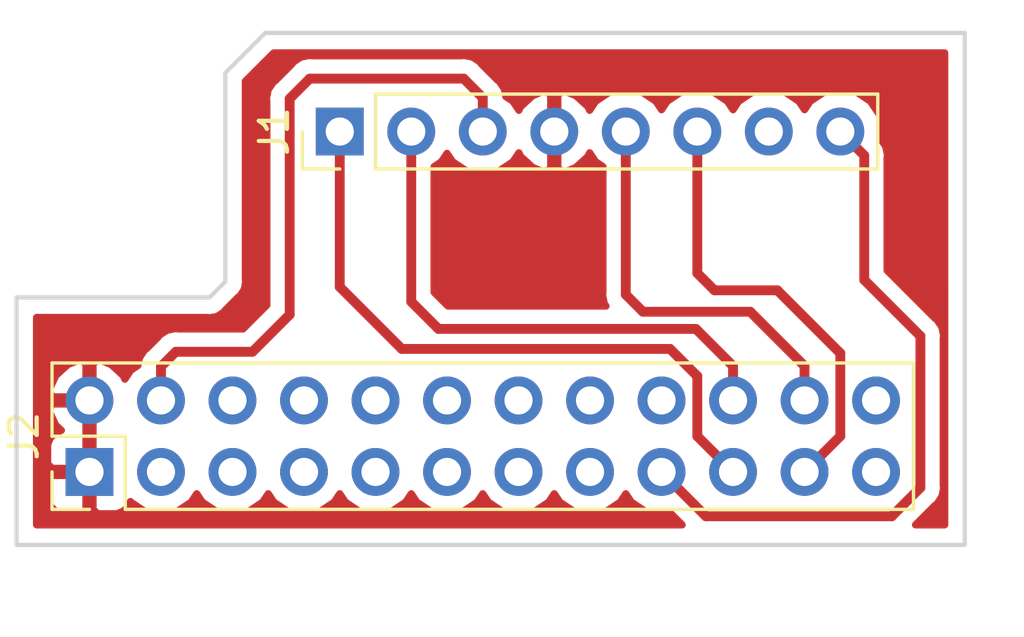
<source format=kicad_pcb>
(kicad_pcb (version 20171130) (host pcbnew "(6.0.0-rc1-dev)")

  (general
    (thickness 1.6)
    (drawings 38)
    (tracks 40)
    (zones 0)
    (modules 2)
    (nets 25)
  )

  (page A4)
  (layers
    (0 F.Cu signal)
    (31 B.Cu signal)
    (32 B.Adhes user)
    (33 F.Adhes user)
    (34 B.Paste user)
    (35 F.Paste user)
    (36 B.SilkS user)
    (37 F.SilkS user)
    (38 B.Mask user)
    (39 F.Mask user)
    (40 Dwgs.User user hide)
    (41 Cmts.User user)
    (42 Eco1.User user)
    (43 Eco2.User user)
    (44 Edge.Cuts user)
    (45 Margin user)
    (46 B.CrtYd user)
    (47 F.CrtYd user)
    (48 B.Fab user)
    (49 F.Fab user)
  )

  (setup
    (last_trace_width 0.35)
    (trace_clearance 0.15)
    (zone_clearance 0.508)
    (zone_45_only no)
    (trace_min 0.2)
    (segment_width 0.2)
    (edge_width 0.15)
    (via_size 0.8)
    (via_drill 0.4)
    (via_min_size 0.4)
    (via_min_drill 0.3)
    (uvia_size 0.3)
    (uvia_drill 0.1)
    (uvias_allowed no)
    (uvia_min_size 0.2)
    (uvia_min_drill 0.1)
    (pcb_text_width 0.3)
    (pcb_text_size 1.5 1.5)
    (mod_edge_width 0.15)
    (mod_text_size 1 1)
    (mod_text_width 0.15)
    (pad_size 1.7272 1.7272)
    (pad_drill 1.016)
    (pad_to_mask_clearance 0)
    (aux_axis_origin 0 0)
    (visible_elements 7FFFFFFF)
    (pcbplotparams
      (layerselection 0x01000_ffffffff)
      (usegerberextensions false)
      (usegerberattributes false)
      (usegerberadvancedattributes false)
      (creategerberjobfile false)
      (excludeedgelayer true)
      (linewidth 0.100000)
      (plotframeref false)
      (viasonmask false)
      (mode 1)
      (useauxorigin false)
      (hpglpennumber 1)
      (hpglpenspeed 20)
      (hpglpendiameter 15.000000)
      (psnegative false)
      (psa4output false)
      (plotreference false)
      (plotvalue false)
      (plotinvisibletext false)
      (padsonsilk false)
      (subtractmaskfromsilk false)
      (outputformat 1)
      (mirror false)
      (drillshape 0)
      (scaleselection 1)
      (outputdirectory "Gerbers/"))
  )

  (net 0 "")
  (net 1 +3V3)
  (net 2 GNDD)
  (net 3 +5V)
  (net 4 SYS_5V)
  (net 5 "Net-(J1-Pad8)")
  (net 6 "Net-(J1-Pad1)")
  (net 7 "Net-(J1-Pad2)")
  (net 8 "Net-(J1-Pad6)")
  (net 9 "Net-(J1-Pad5)")
  (net 10 "Net-(J1-Pad7)")
  (net 11 "Net-(J2-Pad24)")
  (net 12 "Net-(J2-Pad23)")
  (net 13 "Net-(J2-Pad18)")
  (net 14 "Net-(J2-Pad16)")
  (net 15 "Net-(J2-Pad15)")
  (net 16 "Net-(J2-Pad14)")
  (net 17 "Net-(J2-Pad13)")
  (net 18 "Net-(J2-Pad12)")
  (net 19 "Net-(J2-Pad11)")
  (net 20 "Net-(J2-Pad10)")
  (net 21 "Net-(J2-Pad9)")
  (net 22 "Net-(J2-Pad7)")
  (net 23 "Net-(J2-Pad5)")
  (net 24 "Net-(J2-Pad3)")

  (net_class Default "This is the default net class."
    (clearance 0.15)
    (trace_width 0.35)
    (via_dia 0.8)
    (via_drill 0.4)
    (uvia_dia 0.3)
    (uvia_drill 0.1)
    (add_net +3V3)
    (add_net +5V)
    (add_net GNDD)
    (add_net "Net-(J1-Pad1)")
    (add_net "Net-(J1-Pad2)")
    (add_net "Net-(J1-Pad5)")
    (add_net "Net-(J1-Pad6)")
    (add_net "Net-(J1-Pad7)")
    (add_net "Net-(J1-Pad8)")
    (add_net "Net-(J2-Pad10)")
    (add_net "Net-(J2-Pad11)")
    (add_net "Net-(J2-Pad12)")
    (add_net "Net-(J2-Pad13)")
    (add_net "Net-(J2-Pad14)")
    (add_net "Net-(J2-Pad15)")
    (add_net "Net-(J2-Pad16)")
    (add_net "Net-(J2-Pad18)")
    (add_net "Net-(J2-Pad23)")
    (add_net "Net-(J2-Pad24)")
    (add_net "Net-(J2-Pad3)")
    (add_net "Net-(J2-Pad5)")
    (add_net "Net-(J2-Pad7)")
    (add_net "Net-(J2-Pad9)")
    (add_net SYS_5V)
  )

  (module Pin_Headers:Pin_Header_Straight_1x08_Pitch2.54mm (layer F.Cu) (tedit 59650532) (tstamp 5B56012E)
    (at 99.314 103.7336 90)
    (descr "Through hole straight pin header, 1x08, 2.54mm pitch, single row")
    (tags "Through hole pin header THT 1x08 2.54mm single row")
    (path /5B4D1C65)
    (fp_text reference J1 (at 0 -2.33 90) (layer F.SilkS)
      (effects (font (size 1 1) (thickness 0.15)))
    )
    (fp_text value Conn_01x08 (at 0 20.11 90) (layer F.Fab)
      (effects (font (size 1 1) (thickness 0.15)))
    )
    (fp_text user %R (at 0 8.89 180) (layer F.Fab)
      (effects (font (size 1 1) (thickness 0.15)))
    )
    (fp_line (start 1.8 -1.8) (end -1.8 -1.8) (layer F.CrtYd) (width 0.05))
    (fp_line (start 1.8 19.55) (end 1.8 -1.8) (layer F.CrtYd) (width 0.05))
    (fp_line (start -1.8 19.55) (end 1.8 19.55) (layer F.CrtYd) (width 0.05))
    (fp_line (start -1.8 -1.8) (end -1.8 19.55) (layer F.CrtYd) (width 0.05))
    (fp_line (start -1.33 -1.33) (end 0 -1.33) (layer F.SilkS) (width 0.12))
    (fp_line (start -1.33 0) (end -1.33 -1.33) (layer F.SilkS) (width 0.12))
    (fp_line (start -1.33 1.27) (end 1.33 1.27) (layer F.SilkS) (width 0.12))
    (fp_line (start 1.33 1.27) (end 1.33 19.11) (layer F.SilkS) (width 0.12))
    (fp_line (start -1.33 1.27) (end -1.33 19.11) (layer F.SilkS) (width 0.12))
    (fp_line (start -1.33 19.11) (end 1.33 19.11) (layer F.SilkS) (width 0.12))
    (fp_line (start -1.27 -0.635) (end -0.635 -1.27) (layer F.Fab) (width 0.1))
    (fp_line (start -1.27 19.05) (end -1.27 -0.635) (layer F.Fab) (width 0.1))
    (fp_line (start 1.27 19.05) (end -1.27 19.05) (layer F.Fab) (width 0.1))
    (fp_line (start 1.27 -1.27) (end 1.27 19.05) (layer F.Fab) (width 0.1))
    (fp_line (start -0.635 -1.27) (end 1.27 -1.27) (layer F.Fab) (width 0.1))
    (pad 8 thru_hole oval (at 0 17.78 90) (size 1.7 1.7) (drill 1) (layers *.Cu *.Mask)
      (net 5 "Net-(J1-Pad8)"))
    (pad 7 thru_hole oval (at 0 15.24 90) (size 1.7 1.7) (drill 1) (layers *.Cu *.Mask)
      (net 10 "Net-(J1-Pad7)"))
    (pad 6 thru_hole oval (at 0 12.7 90) (size 1.7 1.7) (drill 1) (layers *.Cu *.Mask)
      (net 8 "Net-(J1-Pad6)"))
    (pad 5 thru_hole oval (at 0 10.16 90) (size 1.7 1.7) (drill 1) (layers *.Cu *.Mask)
      (net 9 "Net-(J1-Pad5)"))
    (pad 4 thru_hole oval (at 0 7.62 90) (size 1.7 1.7) (drill 1) (layers *.Cu *.Mask)
      (net 2 GNDD))
    (pad 3 thru_hole oval (at 0 5.08 90) (size 1.7 1.7) (drill 1) (layers *.Cu *.Mask)
      (net 1 +3V3))
    (pad 2 thru_hole oval (at 0 2.54 90) (size 1.7 1.7) (drill 1) (layers *.Cu *.Mask)
      (net 7 "Net-(J1-Pad2)"))
    (pad 1 thru_hole rect (at 0 0 90) (size 1.7 1.7) (drill 1) (layers *.Cu *.Mask)
      (net 6 "Net-(J1-Pad1)"))
    (model ${KISYS3DMOD}/Pin_Headers.3dshapes/Pin_Header_Straight_1x08_Pitch2.54mm.wrl
      (at (xyz 0 0 0))
      (scale (xyz 1 1 1))
      (rotate (xyz 0 0 0))
    )
  )

  (module Pin_Headers:Pin_Header_Straight_2x12_Pitch2.54mm (layer F.Cu) (tedit 59650532) (tstamp 5B561289)
    (at 90.424 115.824 90)
    (descr "Through hole straight pin header, 2x12, 2.54mm pitch, double rows")
    (tags "Through hole pin header THT 2x12 2.54mm double row")
    (path /5B560500)
    (fp_text reference J2 (at 1.27 -2.33 90) (layer F.SilkS)
      (effects (font (size 1 1) (thickness 0.15)))
    )
    (fp_text value Conn_02x12_Odd_Even (at 2.6924 32.3596 90) (layer F.Fab)
      (effects (font (size 1 1) (thickness 0.15)))
    )
    (fp_text user %R (at 1.27 13.97 180) (layer F.Fab)
      (effects (font (size 1 1) (thickness 0.15)))
    )
    (fp_line (start 4.35 -1.8) (end -1.8 -1.8) (layer F.CrtYd) (width 0.05))
    (fp_line (start 4.35 29.75) (end 4.35 -1.8) (layer F.CrtYd) (width 0.05))
    (fp_line (start -1.8 29.75) (end 4.35 29.75) (layer F.CrtYd) (width 0.05))
    (fp_line (start -1.8 -1.8) (end -1.8 29.75) (layer F.CrtYd) (width 0.05))
    (fp_line (start -1.33 -1.33) (end 0 -1.33) (layer F.SilkS) (width 0.12))
    (fp_line (start -1.33 0) (end -1.33 -1.33) (layer F.SilkS) (width 0.12))
    (fp_line (start 1.27 -1.33) (end 3.87 -1.33) (layer F.SilkS) (width 0.12))
    (fp_line (start 1.27 1.27) (end 1.27 -1.33) (layer F.SilkS) (width 0.12))
    (fp_line (start -1.33 1.27) (end 1.27 1.27) (layer F.SilkS) (width 0.12))
    (fp_line (start 3.87 -1.33) (end 3.87 29.27) (layer F.SilkS) (width 0.12))
    (fp_line (start -1.33 1.27) (end -1.33 29.27) (layer F.SilkS) (width 0.12))
    (fp_line (start -1.33 29.27) (end 3.87 29.27) (layer F.SilkS) (width 0.12))
    (fp_line (start -1.27 0) (end 0 -1.27) (layer F.Fab) (width 0.1))
    (fp_line (start -1.27 29.21) (end -1.27 0) (layer F.Fab) (width 0.1))
    (fp_line (start 3.81 29.21) (end -1.27 29.21) (layer F.Fab) (width 0.1))
    (fp_line (start 3.81 -1.27) (end 3.81 29.21) (layer F.Fab) (width 0.1))
    (fp_line (start 0 -1.27) (end 3.81 -1.27) (layer F.Fab) (width 0.1))
    (pad 24 thru_hole oval (at 2.54 27.94 90) (size 1.7 1.7) (drill 1) (layers *.Cu *.Mask)
      (net 11 "Net-(J2-Pad24)"))
    (pad 23 thru_hole oval (at 0 27.94 90) (size 1.7 1.7) (drill 1) (layers *.Cu *.Mask)
      (net 12 "Net-(J2-Pad23)"))
    (pad 22 thru_hole oval (at 2.54 25.4 90) (size 1.7 1.7) (drill 1) (layers *.Cu *.Mask)
      (net 9 "Net-(J1-Pad5)"))
    (pad 21 thru_hole oval (at 0 25.4 90) (size 1.7 1.7) (drill 1) (layers *.Cu *.Mask)
      (net 8 "Net-(J1-Pad6)"))
    (pad 20 thru_hole oval (at 2.54 22.86 90) (size 1.7 1.7) (drill 1) (layers *.Cu *.Mask)
      (net 7 "Net-(J1-Pad2)"))
    (pad 19 thru_hole oval (at 0 22.86 90) (size 1.7 1.7) (drill 1) (layers *.Cu *.Mask)
      (net 6 "Net-(J1-Pad1)"))
    (pad 18 thru_hole oval (at 2.54 20.32 90) (size 1.7 1.7) (drill 1) (layers *.Cu *.Mask)
      (net 13 "Net-(J2-Pad18)"))
    (pad 17 thru_hole oval (at 0 20.32 90) (size 1.7 1.7) (drill 1) (layers *.Cu *.Mask)
      (net 5 "Net-(J1-Pad8)"))
    (pad 16 thru_hole oval (at 2.54 17.78 90) (size 1.7 1.7) (drill 1) (layers *.Cu *.Mask)
      (net 14 "Net-(J2-Pad16)"))
    (pad 15 thru_hole oval (at 0 17.78 90) (size 1.7 1.7) (drill 1) (layers *.Cu *.Mask)
      (net 15 "Net-(J2-Pad15)"))
    (pad 14 thru_hole oval (at 2.54 15.24 90) (size 1.7 1.7) (drill 1) (layers *.Cu *.Mask)
      (net 16 "Net-(J2-Pad14)"))
    (pad 13 thru_hole oval (at 0 15.24 90) (size 1.7 1.7) (drill 1) (layers *.Cu *.Mask)
      (net 17 "Net-(J2-Pad13)"))
    (pad 12 thru_hole oval (at 2.54 12.7 90) (size 1.7 1.7) (drill 1) (layers *.Cu *.Mask)
      (net 18 "Net-(J2-Pad12)"))
    (pad 11 thru_hole oval (at 0 12.7 90) (size 1.7 1.7) (drill 1) (layers *.Cu *.Mask)
      (net 19 "Net-(J2-Pad11)"))
    (pad 10 thru_hole oval (at 2.54 10.16 90) (size 1.7 1.7) (drill 1) (layers *.Cu *.Mask)
      (net 20 "Net-(J2-Pad10)"))
    (pad 9 thru_hole oval (at 0 10.16 90) (size 1.7 1.7) (drill 1) (layers *.Cu *.Mask)
      (net 21 "Net-(J2-Pad9)"))
    (pad 8 thru_hole oval (at 2.54 7.62 90) (size 1.7 1.7) (drill 1) (layers *.Cu *.Mask)
      (net 4 SYS_5V))
    (pad 7 thru_hole oval (at 0 7.62 90) (size 1.7 1.7) (drill 1) (layers *.Cu *.Mask)
      (net 22 "Net-(J2-Pad7)"))
    (pad 6 thru_hole oval (at 2.54 5.08 90) (size 1.7 1.7) (drill 1) (layers *.Cu *.Mask)
      (net 3 +5V))
    (pad 5 thru_hole oval (at 0 5.08 90) (size 1.7 1.7) (drill 1) (layers *.Cu *.Mask)
      (net 23 "Net-(J2-Pad5)"))
    (pad 4 thru_hole oval (at 2.54 2.54 90) (size 1.7 1.7) (drill 1) (layers *.Cu *.Mask)
      (net 1 +3V3))
    (pad 3 thru_hole oval (at 0 2.54 90) (size 1.7 1.7) (drill 1) (layers *.Cu *.Mask)
      (net 24 "Net-(J2-Pad3)"))
    (pad 2 thru_hole oval (at 2.54 0 90) (size 1.7 1.7) (drill 1) (layers *.Cu *.Mask)
      (net 2 GNDD))
    (pad 1 thru_hole rect (at 0 0 90) (size 1.7 1.7) (drill 1) (layers *.Cu *.Mask)
      (net 2 GNDD))
    (model ${KISYS3DMOD}/Pin_Headers.3dshapes/Pin_Header_Straight_2x12_Pitch2.54mm.wrl
      (at (xyz 0 0 0))
      (scale (xyz 1 1 1))
      (rotate (xyz 0 0 0))
    )
  )

  (gr_line (start 121.5136 118.4148) (end 87.8332 118.4148) (layer Edge.Cuts) (width 0.15))
  (gr_line (start 121.5136 100.2284) (end 121.5136 118.4148) (layer Edge.Cuts) (width 0.15))
  (gr_line (start 96.6724 100.2284) (end 121.5136 100.2284) (layer Edge.Cuts) (width 0.15))
  (gr_line (start 95.25 101.6508) (end 96.6724 100.2284) (layer Edge.Cuts) (width 0.15))
  (gr_line (start 95.25 109.0676) (end 95.25 101.6508) (layer Edge.Cuts) (width 0.15))
  (gr_line (start 94.6912 109.6264) (end 95.25 109.0676) (layer Edge.Cuts) (width 0.15))
  (gr_line (start 87.8332 109.6264) (end 94.6912 109.6264) (layer Edge.Cuts) (width 0.15))
  (gr_line (start 87.8332 118.4148) (end 87.8332 109.6264) (layer Edge.Cuts) (width 0.15))
  (gr_line (start 70.739 79.756) (end 89.916 79.756) (layer Dwgs.User) (width 0.2))
  (gr_line (start 70.739 69.469) (end 70.739 79.756) (layer Dwgs.User) (width 0.2))
  (gr_arc (start 77.089 69.469) (end 77.089 63.119) (angle -90) (layer Dwgs.User) (width 0.2))
  (gr_line (start 144.399 63.119) (end 77.089 63.119) (layer Dwgs.User) (width 0.2))
  (gr_arc (start 144.399 75.819) (end 157.099 75.819) (angle -90) (layer Dwgs.User) (width 0.2))
  (gr_line (start 83.439 103.632) (end 83.439 112.649) (layer Dwgs.User) (width 0.2))
  (gr_line (start 70.739 103.632) (end 83.439 103.632) (layer Dwgs.User) (width 0.2))
  (gr_line (start 70.739 95.758) (end 70.739 103.632) (layer Dwgs.User) (width 0.2))
  (gr_line (start 70.739 95.758) (end 89.916 95.758) (layer Dwgs.User) (width 0.2))
  (gr_line (start 89.916 79.756) (end 89.916 95.758) (layer Dwgs.User) (width 0.2))
  (gr_line (start 89.154 112.014) (end 148.082 112.014) (layer Dwgs.User) (width 0.2))
  (gr_arc (start 144.399 105.029) (end 144.399 117.729) (angle -80.21218094) (layer Dwgs.User) (width 0.2))
  (gr_line (start 144.399 117.729) (end 77.089 117.729) (layer Dwgs.User) (width 0.2))
  (gr_arc (start 77.089 111.379) (end 70.867296 112.649) (angle -78.46304097) (layer Dwgs.User) (width 0.2))
  (gr_line (start 70.867296 112.649) (end 83.439 112.649) (layer Dwgs.User) (width 0.2))
  (gr_circle (center 151.384 111.379) (end 152.9715 111.379) (layer Dwgs.User) (width 0.2))
  (gr_circle (center 85.344 114.554) (end 86.9315 114.554) (layer Dwgs.User) (width 0.2))
  (gr_line (start 89.154 112.014) (end 89.154 117.094) (layer Dwgs.User) (width 0.2))
  (gr_line (start 89.154 117.094) (end 148.082 117.094) (layer Dwgs.User) (width 0.2))
  (gr_line (start 148.082 112.014) (end 148.082 117.094) (layer Dwgs.User) (width 0.2))
  (gr_line (start 148.082 63.754) (end 148.082 68.834) (layer Dwgs.User) (width 0.2))
  (gr_line (start 89.154 63.754) (end 148.082 63.754) (layer Dwgs.User) (width 0.2))
  (gr_line (start 89.154 63.754) (end 89.154 68.834) (layer Dwgs.User) (width 0.2))
  (gr_circle (center 85.344 66.294) (end 86.9315 66.294) (layer Dwgs.User) (width 0.2))
  (gr_circle (center 151.384 69.469) (end 152.9715 69.469) (layer Dwgs.User) (width 0.2))
  (gr_line (start 143.002 107.188) (end 156.91414 107.188) (layer Dwgs.User) (width 0.2))
  (gr_line (start 143.002 94.107) (end 143.002 107.188) (layer Dwgs.User) (width 0.2))
  (gr_line (start 143.002 94.107) (end 157.099 94.107) (layer Dwgs.User) (width 0.2))
  (gr_line (start 157.099 75.819) (end 157.099 94.107) (layer Dwgs.User) (width 0.2))
  (gr_line (start 89.154 68.834) (end 148.082 68.834) (layer Dwgs.User) (width 0.2))

  (segment (start 93.489119 111.5568) (end 92.964 112.081919) (width 0.35) (layer F.Cu) (net 1))
  (segment (start 96.2152 111.5568) (end 93.489119 111.5568) (width 0.35) (layer F.Cu) (net 1))
  (segment (start 104.394 103.7336) (end 104.394 102.531519) (width 0.35) (layer F.Cu) (net 1))
  (segment (start 92.964 112.081919) (end 92.964 113.284) (width 0.35) (layer F.Cu) (net 1))
  (segment (start 104.394 102.531519) (end 103.716481 101.854) (width 0.35) (layer F.Cu) (net 1))
  (segment (start 103.716481 101.854) (end 98.2472 101.854) (width 0.35) (layer F.Cu) (net 1))
  (segment (start 98.2472 101.854) (end 97.536 102.5652) (width 0.35) (layer F.Cu) (net 1))
  (segment (start 97.536 102.5652) (end 97.536 110.236) (width 0.35) (layer F.Cu) (net 1))
  (segment (start 97.536 110.236) (end 96.2152 111.5568) (width 0.35) (layer F.Cu) (net 1))
  (segment (start 90.424 114.7104) (end 90.424 113.284) (width 0.25) (layer F.Cu) (net 2))
  (segment (start 90.424 115.824) (end 90.424 114.7104) (width 0.25) (layer F.Cu) (net 2))
  (segment (start 117.943999 104.583599) (end 117.094 103.7336) (width 0.35) (layer F.Cu) (net 5))
  (segment (start 112.3188 117.3988) (end 118.9228 117.3988) (width 0.35) (layer F.Cu) (net 5))
  (segment (start 110.744 115.824) (end 112.3188 117.3988) (width 0.35) (layer F.Cu) (net 5))
  (segment (start 118.9228 117.3988) (end 119.9388 116.3828) (width 0.35) (layer F.Cu) (net 5))
  (segment (start 119.9388 116.3828) (end 119.9388 110.998) (width 0.35) (layer F.Cu) (net 5))
  (segment (start 119.9388 110.998) (end 117.943999 109.003199) (width 0.35) (layer F.Cu) (net 5))
  (segment (start 117.943999 109.003199) (end 117.943999 104.583599) (width 0.35) (layer F.Cu) (net 5))
  (segment (start 99.314 109.2532) (end 99.314 103.7336) (width 0.35) (layer F.Cu) (net 6))
  (segment (start 101.516 111.4552) (end 99.314 109.2532) (width 0.35) (layer F.Cu) (net 6))
  (segment (start 111.0488 111.4552) (end 101.516 111.4552) (width 0.35) (layer F.Cu) (net 6))
  (segment (start 112.014 112.4204) (end 111.0488 111.4552) (width 0.35) (layer F.Cu) (net 6))
  (segment (start 113.284 115.824) (end 112.014 114.554) (width 0.35) (layer F.Cu) (net 6))
  (segment (start 112.014 114.554) (end 112.014 112.4204) (width 0.35) (layer F.Cu) (net 6))
  (segment (start 101.854 109.7788) (end 101.854 103.7336) (width 0.35) (layer F.Cu) (net 7))
  (segment (start 102.8192 110.744) (end 101.854 109.7788) (width 0.35) (layer F.Cu) (net 7))
  (segment (start 111.965314 110.744) (end 102.8192 110.744) (width 0.35) (layer F.Cu) (net 7))
  (segment (start 113.284 113.284) (end 113.284 112.062686) (width 0.35) (layer F.Cu) (net 7))
  (segment (start 113.284 112.062686) (end 111.965314 110.744) (width 0.35) (layer F.Cu) (net 7))
  (segment (start 117.094 114.554) (end 115.824 115.824) (width 0.35) (layer F.Cu) (net 8))
  (segment (start 117.094 111.6076) (end 117.094 114.554) (width 0.35) (layer F.Cu) (net 8))
  (segment (start 114.8588 109.3724) (end 117.094 111.6076) (width 0.35) (layer F.Cu) (net 8))
  (segment (start 112.6236 109.3724) (end 114.8588 109.3724) (width 0.35) (layer F.Cu) (net 8))
  (segment (start 112.014 103.7336) (end 112.014 108.7628) (width 0.35) (layer F.Cu) (net 8))
  (segment (start 112.014 108.7628) (end 112.6236 109.3724) (width 0.35) (layer F.Cu) (net 8))
  (segment (start 109.474 109.5248) (end 109.474 103.7336) (width 0.35) (layer F.Cu) (net 9))
  (segment (start 110.0836 110.1344) (end 109.474 109.5248) (width 0.35) (layer F.Cu) (net 9))
  (segment (start 113.895714 110.1344) (end 110.0836 110.1344) (width 0.35) (layer F.Cu) (net 9))
  (segment (start 115.824 113.284) (end 115.824 112.062686) (width 0.35) (layer F.Cu) (net 9))
  (segment (start 115.824 112.062686) (end 113.895714 110.1344) (width 0.35) (layer F.Cu) (net 9))

  (zone (net 2) (net_name GNDD) (layer F.Cu) (tstamp 0) (hatch edge 0.508)
    (connect_pads (clearance 0.508))
    (min_thickness 0.254)
    (fill yes (arc_segments 16) (thermal_gap 0.508) (thermal_bridge_width 0.508))
    (polygon
      (pts
        (xy 87.884 118.4148) (xy 87.8332 109.6264) (xy 94.6912 109.6264) (xy 95.3008 109.0676) (xy 95.3008 101.6508)
        (xy 96.774 100.2284) (xy 121.5136 100.2284) (xy 121.5644 118.4148)
      )
    )
    (filled_polygon
      (pts
        (xy 120.803601 117.7048) (xy 119.762312 117.7048) (xy 120.455147 117.011966) (xy 120.522777 116.966777) (xy 120.701803 116.698846)
        (xy 120.7488 116.462574) (xy 120.7488 116.462573) (xy 120.764668 116.3828) (xy 120.7488 116.303027) (xy 120.7488 111.077774)
        (xy 120.764668 110.998) (xy 120.701803 110.681953) (xy 120.567965 110.481652) (xy 120.522777 110.414023) (xy 120.455147 110.368834)
        (xy 118.753999 108.667687) (xy 118.753999 104.663371) (xy 118.769867 104.583598) (xy 118.716045 104.313018) (xy 118.707002 104.267553)
        (xy 118.548937 104.030993) (xy 118.608092 103.7336) (xy 118.492839 103.154182) (xy 118.164625 102.662975) (xy 117.673418 102.334761)
        (xy 117.240256 102.2486) (xy 116.947744 102.2486) (xy 116.514582 102.334761) (xy 116.023375 102.662975) (xy 115.824 102.961361)
        (xy 115.624625 102.662975) (xy 115.133418 102.334761) (xy 114.700256 102.2486) (xy 114.407744 102.2486) (xy 113.974582 102.334761)
        (xy 113.483375 102.662975) (xy 113.284 102.961361) (xy 113.084625 102.662975) (xy 112.593418 102.334761) (xy 112.160256 102.2486)
        (xy 111.867744 102.2486) (xy 111.434582 102.334761) (xy 110.943375 102.662975) (xy 110.744 102.961361) (xy 110.544625 102.662975)
        (xy 110.053418 102.334761) (xy 109.620256 102.2486) (xy 109.327744 102.2486) (xy 108.894582 102.334761) (xy 108.403375 102.662975)
        (xy 108.190157 102.982078) (xy 108.129183 102.852242) (xy 107.700924 102.461955) (xy 107.29089 102.292124) (xy 107.061 102.413445)
        (xy 107.061 103.6066) (xy 107.081 103.6066) (xy 107.081 103.8606) (xy 107.061 103.8606) (xy 107.061 105.053755)
        (xy 107.29089 105.175076) (xy 107.700924 105.005245) (xy 108.129183 104.614958) (xy 108.190157 104.485122) (xy 108.403375 104.804225)
        (xy 108.664001 104.97837) (xy 108.664 109.445027) (xy 108.648132 109.5248) (xy 108.664 109.604573) (xy 108.710997 109.840845)
        (xy 108.773241 109.934) (xy 103.154713 109.934) (xy 102.664 109.443288) (xy 102.664 104.978369) (xy 102.924625 104.804225)
        (xy 103.124 104.505839) (xy 103.323375 104.804225) (xy 103.814582 105.132439) (xy 104.247744 105.2186) (xy 104.540256 105.2186)
        (xy 104.973418 105.132439) (xy 105.464625 104.804225) (xy 105.677843 104.485122) (xy 105.738817 104.614958) (xy 106.167076 105.005245)
        (xy 106.57711 105.175076) (xy 106.807 105.053755) (xy 106.807 103.8606) (xy 106.787 103.8606) (xy 106.787 103.6066)
        (xy 106.807 103.6066) (xy 106.807 102.413445) (xy 106.57711 102.292124) (xy 106.167076 102.461955) (xy 105.738817 102.852242)
        (xy 105.677843 102.982078) (xy 105.464625 102.662975) (xy 105.212508 102.494516) (xy 105.157003 102.215472) (xy 105.023165 102.015171)
        (xy 104.977977 101.947542) (xy 104.910347 101.902353) (xy 104.345649 101.337656) (xy 104.300458 101.270023) (xy 104.032527 101.090997)
        (xy 103.796255 101.044) (xy 103.796254 101.044) (xy 103.716481 101.028132) (xy 103.636708 101.044) (xy 98.326974 101.044)
        (xy 98.2472 101.028132) (xy 97.931153 101.090997) (xy 97.79447 101.182327) (xy 97.663223 101.270023) (xy 97.618034 101.337653)
        (xy 97.019656 101.936032) (xy 96.952023 101.981223) (xy 96.772997 102.249155) (xy 96.748023 102.374709) (xy 96.710132 102.5652)
        (xy 96.726 102.644973) (xy 96.726001 109.900486) (xy 95.879688 110.7468) (xy 93.568888 110.7468) (xy 93.489118 110.730933)
        (xy 93.409349 110.7468) (xy 93.409345 110.7468) (xy 93.173073 110.793797) (xy 92.905142 110.972823) (xy 92.859953 111.040453)
        (xy 92.447655 111.452751) (xy 92.380023 111.497942) (xy 92.200997 111.765874) (xy 92.157826 111.982912) (xy 92.145493 112.044915)
        (xy 91.893375 112.213375) (xy 91.680157 112.532478) (xy 91.619183 112.402642) (xy 91.190924 112.012355) (xy 90.78089 111.842524)
        (xy 90.551 111.963845) (xy 90.551 113.157) (xy 90.571 113.157) (xy 90.571 113.411) (xy 90.551 113.411)
        (xy 90.551 115.697) (xy 90.571 115.697) (xy 90.571 115.951) (xy 90.551 115.951) (xy 90.551 117.15025)
        (xy 90.70975 117.309) (xy 91.40031 117.309) (xy 91.633699 117.212327) (xy 91.812327 117.033698) (xy 91.878904 116.872967)
        (xy 91.893375 116.894625) (xy 92.384582 117.222839) (xy 92.817744 117.309) (xy 93.110256 117.309) (xy 93.543418 117.222839)
        (xy 94.034625 116.894625) (xy 94.234 116.596239) (xy 94.433375 116.894625) (xy 94.924582 117.222839) (xy 95.357744 117.309)
        (xy 95.650256 117.309) (xy 96.083418 117.222839) (xy 96.574625 116.894625) (xy 96.774 116.596239) (xy 96.973375 116.894625)
        (xy 97.464582 117.222839) (xy 97.897744 117.309) (xy 98.190256 117.309) (xy 98.623418 117.222839) (xy 99.114625 116.894625)
        (xy 99.314 116.596239) (xy 99.513375 116.894625) (xy 100.004582 117.222839) (xy 100.437744 117.309) (xy 100.730256 117.309)
        (xy 101.163418 117.222839) (xy 101.654625 116.894625) (xy 101.854 116.596239) (xy 102.053375 116.894625) (xy 102.544582 117.222839)
        (xy 102.977744 117.309) (xy 103.270256 117.309) (xy 103.703418 117.222839) (xy 104.194625 116.894625) (xy 104.394 116.596239)
        (xy 104.593375 116.894625) (xy 105.084582 117.222839) (xy 105.517744 117.309) (xy 105.810256 117.309) (xy 106.243418 117.222839)
        (xy 106.734625 116.894625) (xy 106.934 116.596239) (xy 107.133375 116.894625) (xy 107.624582 117.222839) (xy 108.057744 117.309)
        (xy 108.350256 117.309) (xy 108.783418 117.222839) (xy 109.274625 116.894625) (xy 109.474 116.596239) (xy 109.673375 116.894625)
        (xy 110.164582 117.222839) (xy 110.597744 117.309) (xy 110.890256 117.309) (xy 111.051428 117.276941) (xy 111.479287 117.7048)
        (xy 88.5432 117.7048) (xy 88.5432 116.10975) (xy 88.939 116.10975) (xy 88.939 116.800309) (xy 89.035673 117.033698)
        (xy 89.214301 117.212327) (xy 89.44769 117.309) (xy 90.13825 117.309) (xy 90.297 117.15025) (xy 90.297 115.951)
        (xy 89.09775 115.951) (xy 88.939 116.10975) (xy 88.5432 116.10975) (xy 88.5432 114.847691) (xy 88.939 114.847691)
        (xy 88.939 115.53825) (xy 89.09775 115.697) (xy 90.297 115.697) (xy 90.297 113.411) (xy 89.103181 113.411)
        (xy 88.982514 113.640892) (xy 89.228817 114.165358) (xy 89.428208 114.34707) (xy 89.214301 114.435673) (xy 89.035673 114.614302)
        (xy 88.939 114.847691) (xy 88.5432 114.847691) (xy 88.5432 112.927108) (xy 88.982514 112.927108) (xy 89.103181 113.157)
        (xy 90.297 113.157) (xy 90.297 111.963845) (xy 90.06711 111.842524) (xy 89.657076 112.012355) (xy 89.228817 112.402642)
        (xy 88.982514 112.927108) (xy 88.5432 112.927108) (xy 88.5432 110.3364) (xy 94.621276 110.3364) (xy 94.6912 110.350309)
        (xy 94.761124 110.3364) (xy 94.761126 110.3364) (xy 94.968228 110.295205) (xy 95.203081 110.138281) (xy 95.242693 110.078997)
        (xy 95.702603 109.619089) (xy 95.76188 109.579481) (xy 95.801488 109.520204) (xy 95.801491 109.520201) (xy 95.918805 109.344628)
        (xy 95.973909 109.0676) (xy 95.96 108.997674) (xy 95.96 101.94489) (xy 96.966491 100.9384) (xy 120.8036 100.9384)
      )
    )
  )
)

</source>
